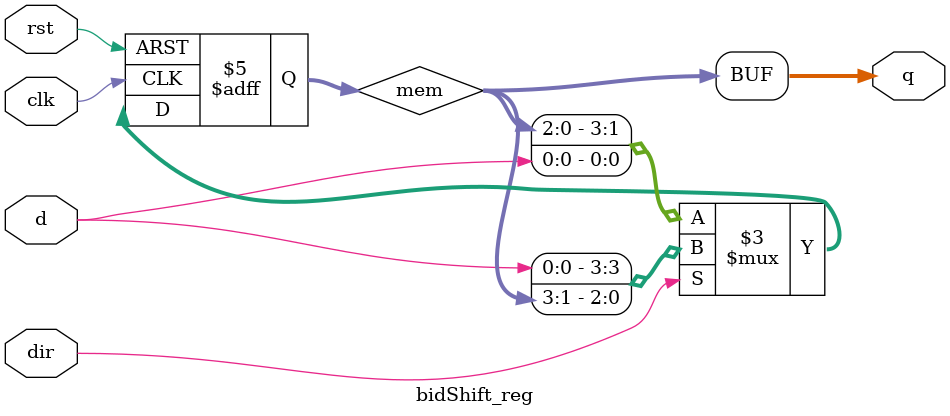
<source format=v>
`timescale 1ns / 1ps

module bidShift_reg(clk,rst,dir,d,q);
	input clk,rst,dir;
	input d;
	output[3:0] q;
	reg[3:0] mem;
	
	always@(posedge clk or posedge rst) begin
		if(rst) begin
			mem <= 4'b0000;
		end
		else begin
			if(dir) begin
				mem <= {d,mem[3:1]};
			end
			else begin
				mem <= {mem[2:0],d};
			end
		end
	end
	assign q = mem;
endmodule

</source>
